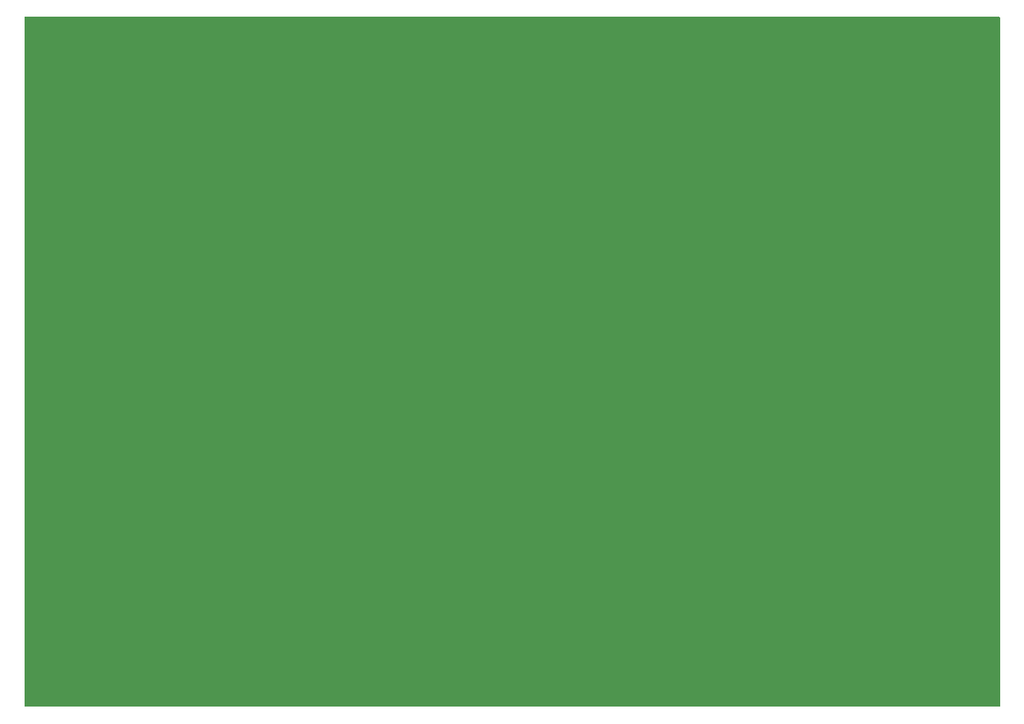
<source format=gbr>
%TF.GenerationSoftware,KiCad,Pcbnew,(7.0.0)*%
%TF.CreationDate,2023-03-20T21:56:37+02:00*%
%TF.ProjectId,overall scematic,6f766572-616c-46c2-9073-63656d617469,rev?*%
%TF.SameCoordinates,Original*%
%TF.FileFunction,Profile,NP*%
%FSLAX46Y46*%
G04 Gerber Fmt 4.6, Leading zero omitted, Abs format (unit mm)*
G04 Created by KiCad (PCBNEW (7.0.0)) date 2023-03-20 21:56:37*
%MOMM*%
%LPD*%
G01*
G04 APERTURE LIST*
G04 APERTURE END LIST*
G36*
X159958000Y-25416613D02*
G01*
X160003387Y-25462000D01*
X160020000Y-25524000D01*
X160020000Y-98936000D01*
X160003387Y-98998000D01*
X159958000Y-99043387D01*
X159896000Y-99060000D01*
X56004000Y-99060000D01*
X55942000Y-99043387D01*
X55896613Y-98998000D01*
X55880000Y-98936000D01*
X55880000Y-25524000D01*
X55896613Y-25462000D01*
X55942000Y-25416613D01*
X56004000Y-25400000D01*
X159896000Y-25400000D01*
X159958000Y-25416613D01*
G37*
G36*
X159958000Y-25416613D02*
G01*
X160003387Y-25462000D01*
X160020000Y-25524000D01*
X160020000Y-98936000D01*
X160003387Y-98998000D01*
X159958000Y-99043387D01*
X159896000Y-99060000D01*
X56004000Y-99060000D01*
X55942000Y-99043387D01*
X55896613Y-98998000D01*
X55880000Y-98936000D01*
X55880000Y-25524000D01*
X55896613Y-25462000D01*
X55942000Y-25416613D01*
X56004000Y-25400000D01*
X159896000Y-25400000D01*
X159958000Y-25416613D01*
G37*
M02*

</source>
